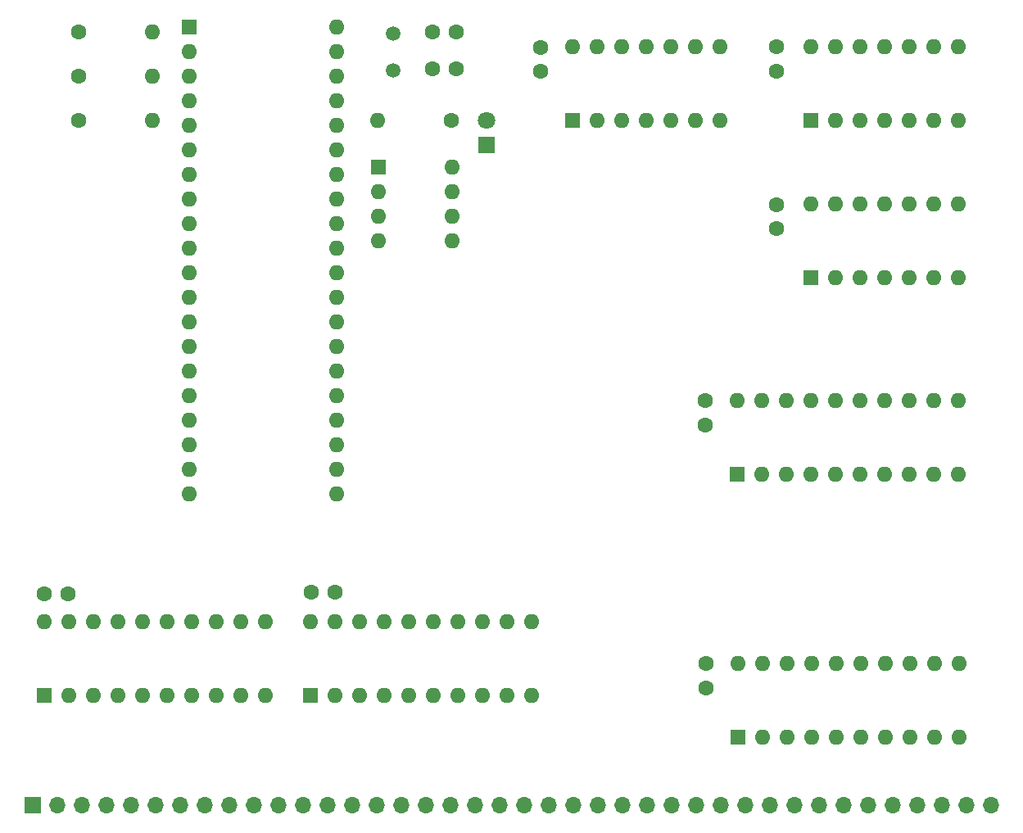
<source format=gbs>
%TF.GenerationSoftware,KiCad,Pcbnew,7.0.1*%
%TF.CreationDate,2024-02-10T18:04:39+00:00*%
%TF.ProjectId,Sys09,53797330-392e-46b6-9963-61645f706362,rev?*%
%TF.SameCoordinates,Original*%
%TF.FileFunction,Soldermask,Bot*%
%TF.FilePolarity,Negative*%
%FSLAX46Y46*%
G04 Gerber Fmt 4.6, Leading zero omitted, Abs format (unit mm)*
G04 Created by KiCad (PCBNEW 7.0.1) date 2024-02-10 18:04:39*
%MOMM*%
%LPD*%
G01*
G04 APERTURE LIST*
%ADD10C,1.600000*%
%ADD11O,1.600000X1.600000*%
%ADD12R,1.600000X1.600000*%
%ADD13C,1.500000*%
%ADD14C,1.800000*%
%ADD15R,1.800000X1.800000*%
%ADD16O,1.700000X1.700000*%
%ADD17R,1.700000X1.700000*%
G04 APERTURE END LIST*
D10*
%TO.C,C6*%
X127762000Y-89398000D03*
X127762000Y-86898000D03*
%TD*%
D11*
%TO.C,U3*%
X131318000Y-86868000D03*
X133858000Y-86868000D03*
X136398000Y-86868000D03*
X138938000Y-86868000D03*
X141478000Y-86868000D03*
X144018000Y-86868000D03*
X146558000Y-86868000D03*
X146558000Y-94488000D03*
X144018000Y-94488000D03*
X141478000Y-94488000D03*
X138938000Y-94488000D03*
X136398000Y-94488000D03*
X133858000Y-94488000D03*
D12*
X131318000Y-94488000D03*
%TD*%
D11*
%TO.C,U5*%
X131318000Y-70622000D03*
X133858000Y-70622000D03*
X136398000Y-70622000D03*
X138938000Y-70622000D03*
X141478000Y-70622000D03*
X144018000Y-70622000D03*
X146558000Y-70622000D03*
X146558000Y-78242000D03*
X144018000Y-78242000D03*
X141478000Y-78242000D03*
X138938000Y-78242000D03*
X136398000Y-78242000D03*
X133858000Y-78242000D03*
D12*
X131318000Y-78242000D03*
%TD*%
D11*
%TO.C,R4*%
X63246000Y-78232000D03*
D10*
X55626000Y-78232000D03*
%TD*%
D11*
%TO.C,R1*%
X86604000Y-78242000D03*
D10*
X94224000Y-78242000D03*
%TD*%
D11*
%TO.C,U1*%
X82291000Y-68595000D03*
X82291000Y-71135000D03*
X82291000Y-73675000D03*
X82291000Y-76215000D03*
X82291000Y-78755000D03*
X82291000Y-81295000D03*
X82291000Y-83835000D03*
X82291000Y-86375000D03*
X82291000Y-88915000D03*
X82291000Y-91455000D03*
X82291000Y-93995000D03*
X82291000Y-96535000D03*
X82291000Y-99075000D03*
X82291000Y-101615000D03*
X82291000Y-104155000D03*
X82291000Y-106695000D03*
X82291000Y-109235000D03*
X82291000Y-111775000D03*
X82291000Y-114315000D03*
X82291000Y-116855000D03*
X67051000Y-116855000D03*
X67051000Y-114315000D03*
X67051000Y-111775000D03*
X67051000Y-109235000D03*
X67051000Y-106695000D03*
X67051000Y-104155000D03*
X67051000Y-101615000D03*
X67051000Y-99075000D03*
X67051000Y-96535000D03*
X67051000Y-93995000D03*
X67051000Y-91455000D03*
X67051000Y-88915000D03*
X67051000Y-86375000D03*
X67051000Y-83835000D03*
X67051000Y-81295000D03*
X67051000Y-78755000D03*
X67051000Y-76215000D03*
X67051000Y-73675000D03*
X67051000Y-71135000D03*
D12*
X67051000Y-68595000D03*
%TD*%
D11*
%TO.C,R2*%
X63246000Y-69088000D03*
D10*
X55626000Y-69088000D03*
%TD*%
D13*
%TO.C,Y1*%
X88138000Y-73020000D03*
X88138000Y-69220000D03*
%TD*%
D11*
%TO.C,U4*%
X106680000Y-70622000D03*
X109220000Y-70622000D03*
X111760000Y-70622000D03*
X114300000Y-70622000D03*
X116840000Y-70622000D03*
X119380000Y-70622000D03*
X121920000Y-70622000D03*
X121920000Y-78242000D03*
X119380000Y-78242000D03*
X116840000Y-78242000D03*
X114300000Y-78242000D03*
X111760000Y-78242000D03*
X109220000Y-78242000D03*
D12*
X106680000Y-78242000D03*
%TD*%
D10*
%TO.C,C1*%
X92222000Y-69088000D03*
X94722000Y-69088000D03*
%TD*%
D12*
%TO.C,U9*%
X123698000Y-114818000D03*
D11*
X126238000Y-114818000D03*
X128778000Y-114818000D03*
X131318000Y-114818000D03*
X133858000Y-114818000D03*
X136398000Y-114818000D03*
X138938000Y-114818000D03*
X141478000Y-114818000D03*
X144018000Y-114818000D03*
X146558000Y-114818000D03*
X146558000Y-107198000D03*
X144018000Y-107198000D03*
X141478000Y-107198000D03*
X138938000Y-107198000D03*
X136398000Y-107198000D03*
X133858000Y-107198000D03*
X131318000Y-107198000D03*
X128778000Y-107198000D03*
X126238000Y-107198000D03*
X123698000Y-107198000D03*
%TD*%
%TO.C,R3*%
X63246000Y-73660000D03*
D10*
X55626000Y-73660000D03*
%TD*%
D11*
%TO.C,U2*%
X94234000Y-83068000D03*
X94234000Y-85608000D03*
X94234000Y-88148000D03*
X94234000Y-90688000D03*
X86614000Y-90688000D03*
X86614000Y-88148000D03*
X86614000Y-85608000D03*
D12*
X86614000Y-83068000D03*
%TD*%
D14*
%TO.C,D1*%
X97790000Y-78247000D03*
D15*
X97790000Y-80787000D03*
%TD*%
D10*
%TO.C,C2*%
X92222000Y-72898000D03*
X94722000Y-72898000D03*
%TD*%
%TO.C,C5*%
X103378000Y-73142000D03*
X103378000Y-70642000D03*
%TD*%
%TO.C,C3*%
X127762000Y-73122000D03*
X127762000Y-70622000D03*
%TD*%
%TO.C,C4*%
X120396000Y-107198000D03*
X120396000Y-109698000D03*
%TD*%
D12*
%TO.C,U7*%
X79648000Y-137668000D03*
D11*
X82188000Y-137668000D03*
X84728000Y-137668000D03*
X87268000Y-137668000D03*
X89808000Y-137668000D03*
X92348000Y-137668000D03*
X94888000Y-137668000D03*
X97428000Y-137668000D03*
X99968000Y-137668000D03*
X102508000Y-137668000D03*
X102508000Y-130048000D03*
X99968000Y-130048000D03*
X97428000Y-130048000D03*
X94888000Y-130048000D03*
X92348000Y-130048000D03*
X89808000Y-130048000D03*
X87268000Y-130048000D03*
X84728000Y-130048000D03*
X82188000Y-130048000D03*
X79648000Y-130048000D03*
%TD*%
D10*
%TO.C,C9*%
X52070000Y-127124000D03*
X54570000Y-127124000D03*
%TD*%
D11*
%TO.C,U8*%
X52070000Y-130048000D03*
X54610000Y-130048000D03*
X57150000Y-130048000D03*
X59690000Y-130048000D03*
X62230000Y-130048000D03*
X64770000Y-130048000D03*
X67310000Y-130048000D03*
X69850000Y-130048000D03*
X72390000Y-130048000D03*
X74930000Y-130048000D03*
X74930000Y-137668000D03*
X72390000Y-137668000D03*
X69850000Y-137668000D03*
X67310000Y-137668000D03*
X64770000Y-137668000D03*
X62230000Y-137668000D03*
X59690000Y-137668000D03*
X57150000Y-137668000D03*
X54610000Y-137668000D03*
D12*
X52070000Y-137668000D03*
%TD*%
D16*
%TO.C,J1*%
X149963000Y-148968000D03*
X147423000Y-148968000D03*
X144883000Y-148968000D03*
X142343000Y-148968000D03*
X139803000Y-148968000D03*
X137263000Y-148968000D03*
X134723000Y-148968000D03*
X132183000Y-148968000D03*
X129643000Y-148968000D03*
X127103000Y-148968000D03*
X124563000Y-148968000D03*
X122023000Y-148968000D03*
X119483000Y-148968000D03*
X116943000Y-148968000D03*
X114403000Y-148968000D03*
X111863000Y-148968000D03*
X109323000Y-148968000D03*
X106783000Y-148968000D03*
X104243000Y-148968000D03*
X101703000Y-148968000D03*
X99163000Y-148968000D03*
X96623000Y-148968000D03*
X94083000Y-148968000D03*
X91543000Y-148968000D03*
X89003000Y-148968000D03*
X86463000Y-148968000D03*
X83923000Y-148968000D03*
X81383000Y-148968000D03*
X78843000Y-148968000D03*
X76303000Y-148968000D03*
X73763000Y-148968000D03*
X71223000Y-148968000D03*
X68683000Y-148968000D03*
X66143000Y-148968000D03*
X63603000Y-148968000D03*
X61063000Y-148968000D03*
X58523000Y-148968000D03*
X55983000Y-148968000D03*
X53443000Y-148968000D03*
D17*
X50903000Y-148968000D03*
%TD*%
D10*
%TO.C,C8*%
X120504000Y-136866000D03*
X120504000Y-134366000D03*
%TD*%
D11*
%TO.C,U6*%
X123801000Y-134366000D03*
X126341000Y-134366000D03*
X128881000Y-134366000D03*
X131421000Y-134366000D03*
X133961000Y-134366000D03*
X136501000Y-134366000D03*
X139041000Y-134366000D03*
X141581000Y-134366000D03*
X144121000Y-134366000D03*
X146661000Y-134366000D03*
X146661000Y-141986000D03*
X144121000Y-141986000D03*
X141581000Y-141986000D03*
X139041000Y-141986000D03*
X136501000Y-141986000D03*
X133961000Y-141986000D03*
X131421000Y-141986000D03*
X128881000Y-141986000D03*
X126341000Y-141986000D03*
D12*
X123801000Y-141986000D03*
%TD*%
D10*
%TO.C,C7*%
X82168000Y-127000000D03*
X79668000Y-127000000D03*
%TD*%
M02*

</source>
